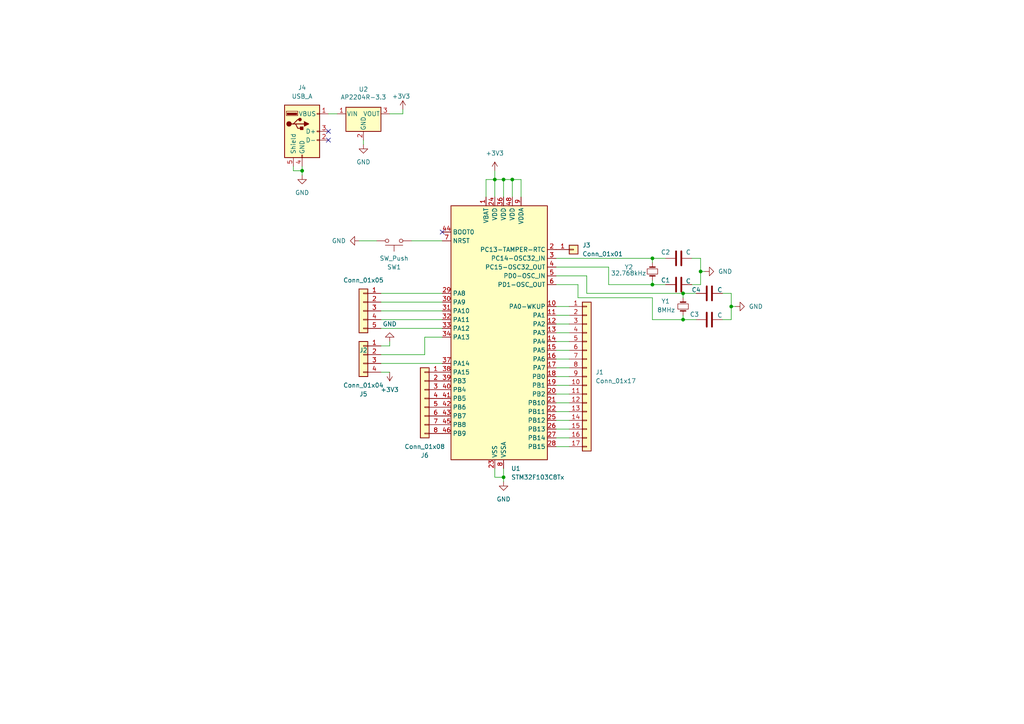
<source format=kicad_sch>
(kicad_sch (version 20250114) (generator "eeschema") (generator_version "9.0")
  (paper "A4")
  (lib_symbols
    (symbol "Connector:USB_A" (pin_names (offset 1.016))
      (property "Reference" "J" (at -5.08 11.43 0))
      (property "Value" "USB_A" (at -5.08 8.89 0))
      (symbol "USB_A_0_1"
        (rectangle (start -5.08 -7.62) (end 5.08 7.62) (stroke (width 0.254)) (fill (type background)))
        (circle (center -3.81 2.159) (radius 0.635) (stroke (width 0.254)) (fill (type outline)))
        (polyline (pts (xy -3.175 2.159) (xy -2.54 2.159) (xy -1.27 3.429) (xy -0.635 3.429)) (stroke (width 0.254)))
        (polyline (pts (xy -2.54 2.159) (xy -1.905 2.159) (xy -1.27 0.889) (xy 0 0.889)) (stroke (width 0.254)))
        (rectangle (start -1.524 4.826) (end -4.318 5.334) (fill (type outline)))
        (rectangle (start -1.27 4.572) (end -4.572 5.842))
        (circle (center -0.635 3.429) (radius 0.381) (stroke (width 0.254)) (fill (type outline)))
        (rectangle (start -0.127 -7.62) (end 0.127 -6.858))
        (rectangle (start 0.254 1.27) (end -0.508 0.508) (stroke (width 0.254)) (fill (type outline)))
        (polyline (pts (xy 0.635 2.794) (xy 0.635 1.524) (xy 1.905 2.159) (xy 0.635 2.794)) (stroke (width 0.254)) (fill (type outline)))
        (rectangle (start 5.08 4.953) (end 4.318 5.207))
        (rectangle (start 5.08 -0.127) (end 4.318 0.127))
        (rectangle (start 5.08 -2.667) (end 4.318 -2.413))
      )
      (symbol "USB_A_1_1"
        (polyline (pts (xy -1.905 2.159) (xy 0.635 2.159)) (stroke (width 0.254)))
        (pin passive line (at -2.54 -10.16 90) (length 2.54) (name "Shield") (number "5"))
        (pin power_in line (at 0 -10.16 90) (length 2.54) (name "GND") (number "4"))
        (pin power_in line (at 7.62 5.08 180) (length 2.54) (name "VBUS") (number "1"))
        (pin bidirectional line (at 7.62 0 180) (length 2.54) (name "D+") (number "3"))
        (pin bidirectional line (at 7.62 -2.54 180) (length 2.54) (name "D-") (number "2"))
      )
    )
    (symbol "Connector_Generic:Conn_01x01" (pin_names (offset 1.016) (hide yes))
      (property "Reference" "J" (at 0 2.54 0))
      (property "Value" "Conn_01x01" (at 0 -2.54 0))
      (symbol "Conn_01x01_1_1"
        (rectangle (start -1.27 1.27) (end 1.27 -1.27) (stroke (width 0.254)) (fill (type background)))
        (rectangle (start -1.27 0.127) (end 0 -0.127) (stroke (width 0.1524)))
        (pin passive line (at -5.08 0 0) (length 3.81) (name "Pin_1") (number "1"))
      )
    )
    (symbol "Connector_Generic:Conn_01x04" (pin_names (offset 1.016) (hide yes))
      (property "Reference" "J" (at 0 5.08 0))
      (property "Value" "Conn_01x04" (at 0 -7.62 0))
      (symbol "Conn_01x04_1_1"
        (rectangle (start -1.27 3.81) (end 1.27 -6.35) (stroke (width 0.254)) (fill (type background)))
        (rectangle (start -1.27 2.667) (end 0 2.413) (stroke (width 0.1524)))
        (rectangle (start -1.27 0.127) (end 0 -0.127) (stroke (width 0.1524)))
        (rectangle (start -1.27 -2.413) (end 0 -2.667) (stroke (width 0.1524)))
        (rectangle (start -1.27 -4.953) (end 0 -5.207) (stroke (width 0.1524)))
        (pin passive line (at -5.08 2.54 0) (length 3.81) (name "Pin_1") (number "1"))
        (pin passive line (at -5.08 0 0) (length 3.81) (name "Pin_2") (number "2"))
        (pin passive line (at -5.08 -2.54 0) (length 3.81) (name "Pin_3") (number "3"))
        (pin passive line (at -5.08 -5.08 0) (length 3.81) (name "Pin_4") (number "4"))
      )
    )
    (symbol "Connector_Generic:Conn_01x05" (pin_names (offset 1.016) (hide yes))
      (property "Reference" "J" (at 0 7.62 0))
      (property "Value" "Conn_01x05" (at 0 -7.62 0))
      (symbol "Conn_01x05_1_1"
        (rectangle (start -1.27 6.35) (end 1.27 -6.35) (stroke (width 0.254)) (fill (type background)))
        (rectangle (start -1.27 5.207) (end 0 4.953) (stroke (width 0.1524)))
        (rectangle (start -1.27 2.667) (end 0 2.413) (stroke (width 0.1524)))
        (rectangle (start -1.27 0.127) (end 0 -0.127) (stroke (width 0.1524)))
        (rectangle (start -1.27 -2.413) (end 0 -2.667) (stroke (width 0.1524)))
        (rectangle (start -1.27 -4.953) (end 0 -5.207) (stroke (width 0.1524)))
        (pin passive line (at -5.08 5.08 0) (length 3.81) (name "Pin_1") (number "1"))
        (pin passive line (at -5.08 2.54 0) (length 3.81) (name "Pin_2") (number "2"))
        (pin passive line (at -5.08 0 0) (length 3.81) (name "Pin_3") (number "3"))
        (pin passive line (at -5.08 -2.54 0) (length 3.81) (name "Pin_4") (number "4"))
        (pin passive line (at -5.08 -5.08 0) (length 3.81) (name "Pin_5") (number "5"))
      )
    )
    (symbol "Connector_Generic:Conn_01x08" (pin_names (offset 1.016) (hide yes))
      (property "Reference" "J" (at 0 10.16 0))
      (property "Value" "Conn_01x08" (at 0 -12.7 0))
      (symbol "Conn_01x08_1_1"
        (rectangle (start -1.27 8.89) (end 1.27 -11.43) (stroke (width 0.254)) (fill (type background)))
        (rectangle (start -1.27 7.747) (end 0 7.493) (stroke (width 0.1524)))
        (rectangle (start -1.27 5.207) (end 0 4.953) (stroke (width 0.1524)))
        (rectangle (start -1.27 2.667) (end 0 2.413) (stroke (width 0.1524)))
        (rectangle (start -1.27 0.127) (end 0 -0.127) (stroke (width 0.1524)))
        (rectangle (start -1.27 -2.413) (end 0 -2.667) (stroke (width 0.1524)))
        (rectangle (start -1.27 -4.953) (end 0 -5.207) (stroke (width 0.1524)))
        (rectangle (start -1.27 -7.493) (end 0 -7.747) (stroke (width 0.1524)))
        (rectangle (start -1.27 -10.033) (end 0 -10.287) (stroke (width 0.1524)))
        (pin passive line (at -5.08 7.62 0) (length 3.81) (name "Pin_1") (number "1"))
        (pin passive line (at -5.08 5.08 0) (length 3.81) (name "Pin_2") (number "2"))
        (pin passive line (at -5.08 2.54 0) (length 3.81) (name "Pin_3") (number "3"))
        (pin passive line (at -5.08 0 0) (length 3.81) (name "Pin_4") (number "4"))
        (pin passive line (at -5.08 -2.54 0) (length 3.81) (name "Pin_5") (number "5"))
        (pin passive line (at -5.08 -5.08 0) (length 3.81) (name "Pin_6") (number "6"))
        (pin passive line (at -5.08 -7.62 0) (length 3.81) (name "Pin_7") (number "7"))
        (pin passive line (at -5.08 -10.16 0) (length 3.81) (name "Pin_8") (number "8"))
      )
    )
    (symbol "Connector_Generic:Conn_01x17" (pin_names (offset 1.016) (hide yes))
      (property "Reference" "J" (at 0 22.86 0))
      (property "Value" "Conn_01x17" (at 0 -22.86 0))
      (symbol "Conn_01x17_1_1"
        (rectangle (start -1.27 21.59) (end 1.27 -21.59) (stroke (width 0.254)) (fill (type background)))
        (rectangle (start -1.27 20.447) (end 0 20.193) (stroke (width 0.1524)))
        (rectangle (start -1.27 17.907) (end 0 17.653) (stroke (width 0.1524)))
        (rectangle (start -1.27 15.367) (end 0 15.113) (stroke (width 0.1524)))
        (rectangle (start -1.27 12.827) (end 0 12.573) (stroke (width 0.1524)))
        (rectangle (start -1.27 10.287) (end 0 10.033) (stroke (width 0.1524)))
        (rectangle (start -1.27 7.747) (end 0 7.493) (stroke (width 0.1524)))
        (rectangle (start -1.27 5.207) (end 0 4.953) (stroke (width 0.1524)))
        (rectangle (start -1.27 2.667) (end 0 2.413) (stroke (width 0.1524)))
        (rectangle (start -1.27 0.127) (end 0 -0.127) (stroke (width 0.1524)))
        (rectangle (start -1.27 -2.413) (end 0 -2.667) (stroke (width 0.1524)))
        (rectangle (start -1.27 -4.953) (end 0 -5.207) (stroke (width 0.1524)))
        (rectangle (start -1.27 -7.493) (end 0 -7.747) (stroke (width 0.1524)))
        (rectangle (start -1.27 -10.033) (end 0 -10.287) (stroke (width 0.1524)))
        (rectangle (start -1.27 -12.573) (end 0 -12.827) (stroke (width 0.1524)))
        (rectangle (start -1.27 -15.113) (end 0 -15.367) (stroke (width 0.1524)))
        (rectangle (start -1.27 -17.653) (end 0 -17.907) (stroke (width 0.1524)))
        (rectangle (start -1.27 -20.193) (end 0 -20.447) (stroke (width 0.1524)))
        (pin passive line (at -5.08 20.32 0) (length 3.81) (name "Pin_1") (number "1"))
        (pin passive line (at -5.08 17.78 0) (length 3.81) (name "Pin_2") (number "2"))
        (pin passive line (at -5.08 15.24 0) (length 3.81) (name "Pin_3") (number "3"))
        (pin passive line (at -5.08 12.7 0) (length 3.81) (name "Pin_4") (number "4"))
        (pin passive line (at -5.08 10.16 0) (length 3.81) (name "Pin_5") (number "5"))
        (pin passive line (at -5.08 7.62 0) (length 3.81) (name "Pin_6") (number "6"))
        (pin passive line (at -5.08 5.08 0) (length 3.81) (name "Pin_7") (number "7"))
        (pin passive line (at -5.08 2.54 0) (length 3.81) (name "Pin_8") (number "8"))
        (pin passive line (at -5.08 0 0) (length 3.81) (name "Pin_9") (number "9"))
        (pin passive line (at -5.08 -2.54 0) (length 3.81) (name "Pin_10") (number "10"))
        (pin passive line (at -5.08 -5.08 0) (length 3.81) (name "Pin_11") (number "11"))
        (pin passive line (at -5.08 -7.62 0) (length 3.81) (name "Pin_12") (number "12"))
        (pin passive line (at -5.08 -10.16 0) (length 3.81) (name "Pin_13") (number "13"))
        (pin passive line (at -5.08 -12.7 0) (length 3.81) (name "Pin_14") (number "14"))
        (pin passive line (at -5.08 -15.24 0) (length 3.81) (name "Pin_15") (number "15"))
        (pin passive line (at -5.08 -17.78 0) (length 3.81) (name "Pin_16") (number "16"))
        (pin passive line (at -5.08 -20.32 0) (length 3.81) (name "Pin_17") (number "17"))
      )
    )
    (symbol "Device:C" (pin_numbers (hide yes)) (pin_names (offset 0.254))
      (property "Reference" "C" (at 0.635 2.54 0))
      (property "Value" "C" (at 0.635 -2.54 0))
      (symbol "C_0_1"
        (polyline (pts (xy -2.032 0.762) (xy 2.032 0.762)) (stroke (width 0.508)))
        (polyline (pts (xy -2.032 -0.762) (xy 2.032 -0.762)) (stroke (width 0.508)))
      )
      (symbol "C_1_1"
        (pin passive line (at 0 3.81 270) (length 2.794) (name "~") (number "1"))
        (pin passive line (at 0 -3.81 90) (length 2.794) (name "~") (number "2"))
      )
    )
    (symbol "Device:Crystal_Small" (pin_numbers (hide yes)) (pin_names (offset 1.016) (hide yes))
      (property "Reference" "Y" (at 0 2.54 0))
      (property "Value" "Crystal_Small" (at 0 -2.54 0))
      (symbol "Crystal_Small_0_1"
        (polyline (pts (xy -1.27 -0.762) (xy -1.27 0.762)) (stroke (width 0.381)))
        (rectangle (start -0.762 -1.524) (end 0.762 1.524))
        (polyline (pts (xy 1.27 -0.762) (xy 1.27 0.762)) (stroke (width 0.381)))
      )
      (symbol "Crystal_Small_1_1"
        (pin passive line (at -2.54 0 0) (length 1.27) (name "1") (number "1"))
        (pin passive line (at 2.54 0 180) (length 1.27) (name "2") (number "2"))
      )
    )
    (symbol "MCU_ST_STM32F1:STM32F103C8Tx"
      (property "Reference" "U1" (at 4.7341 -38.1 0))
      (property "Value" "STM32F103C8Tx" (at 4.7341 -40.64 0))
      (symbol "STM32F103C8Tx_0_1"
        (rectangle (start -12.7 38.1) (end 15.24 -35.56) (stroke (width 0.254)) (fill (type background)))
      )
      (symbol "STM32F103C8Tx_1_1"
        (pin input line (at -15.24 30.48 0) (length 2.54) (name "BOOT0") (number "44"))
        (pin input line (at -15.24 27.94 0) (length 2.54) (name "NRST") (number "7"))
        (pin bidirectional line (at -15.24 12.7 0) (length 2.54) (name "PA8") (number "29"))
        (pin bidirectional line (at -15.24 10.16 0) (length 2.54) (name "PA9") (number "30"))
        (pin bidirectional line (at -15.24 7.62 0) (length 2.54) (name "PA10") (number "31"))
        (pin bidirectional line (at -15.24 5.08 0) (length 2.54) (name "PA11") (number "32"))
        (pin bidirectional line (at -15.24 2.54 0) (length 2.54) (name "PA12") (number "33"))
        (pin bidirectional line (at -15.24 0 0) (length 2.54) (name "PA13") (number "34"))
        (pin bidirectional line (at -15.24 -7.62 0) (length 2.54) (name "PA14") (number "37"))
        (pin bidirectional line (at -15.24 -10.16 0) (length 2.54) (name "PA15") (number "38"))
        (pin bidirectional line (at -15.24 -12.7 0) (length 2.54) (name "PB3") (number "39"))
        (pin bidirectional line (at -15.24 -15.24 0) (length 2.54) (name "PB4") (number "40"))
        (pin bidirectional line (at -15.24 -17.78 0) (length 2.54) (name "PB5") (number "41"))
        (pin bidirectional line (at -15.24 -20.32 0) (length 2.54) (name "PB6") (number "42"))
        (pin bidirectional line (at -15.24 -22.86 0) (length 2.54) (name "PB7") (number "43"))
        (pin bidirectional line (at -15.24 -25.4 0) (length 2.54) (name "PB8") (number "45"))
        (pin bidirectional line (at -15.24 -27.94 0) (length 2.54) (name "PB9") (number "46"))
        (pin power_in line (at -2.54 40.64 270) (length 2.54) (name "VBAT") (number "1"))
        (pin power_in line (at 0 40.64 270) (length 2.54) (name "VDD") (number "24"))
        (pin power_in line (at 0 -38.1 90) (length 2.54) (name "VSS") (number "23"))
        (pin passive line (at 0 -38.1 90) (length 2.54) (hide yes) (name "VSS") (number "35"))
        (pin passive line (at 0 -38.1 90) (length 2.54) (hide yes) (name "VSS") (number "47"))
        (pin power_in line (at 2.54 40.64 270) (length 2.54) (name "VDD") (number "36"))
        (pin power_in line (at 2.54 -38.1 90) (length 2.54) (name "VSSA") (number "8"))
        (pin power_in line (at 5.08 40.64 270) (length 2.54) (name "VDD") (number "48"))
        (pin power_in line (at 7.62 40.64 270) (length 2.54) (name "VDDA") (number "9"))
        (pin bidirectional line (at 17.78 25.4 180) (length 2.54) (name "PC13-TAMPER-RTC") (number "2"))
        (pin bidirectional line (at 17.78 22.86 180) (length 2.54) (name "PC14-OSC32_IN") (number "3"))
        (pin bidirectional line (at 17.78 20.32 180) (length 2.54) (name "PC15-OSC32_OUT") (number "4"))
        (pin bidirectional line (at 17.78 17.78 180) (length 2.54) (name "PD0-OSC_IN") (number "5"))
        (pin bidirectional line (at 17.78 15.24 180) (length 2.54) (name "PD1-OSC_OUT") (number "6"))
        (pin bidirectional line (at 17.78 8.89 180) (length 2.54) (name "PA0-WKUP") (number "10"))
        (pin bidirectional line (at 17.78 6.35 180) (length 2.54) (name "PA1") (number "11"))
        (pin bidirectional line (at 17.78 3.81 180) (length 2.54) (name "PA2") (number "12"))
        (pin bidirectional line (at 17.78 1.27 180) (length 2.54) (name "PA3") (number "13"))
        (pin bidirectional line (at 17.78 -1.27 180) (length 2.54) (name "PA4") (number "14"))
        (pin bidirectional line (at 17.78 -3.81 180) (length 2.54) (name "PA5") (number "15"))
        (pin bidirectional line (at 17.78 -6.35 180) (length 2.54) (name "PA6") (number "16"))
        (pin bidirectional line (at 17.78 -8.89 180) (length 2.54) (name "PA7") (number "17"))
        (pin bidirectional line (at 17.78 -11.43 180) (length 2.54) (name "PB0") (number "18"))
        (pin bidirectional line (at 17.78 -13.97 180) (length 2.54) (name "PB1") (number "19"))
        (pin bidirectional line (at 17.78 -16.51 180) (length 2.54) (name "PB2") (number "20"))
        (pin bidirectional line (at 17.78 -19.05 180) (length 2.54) (name "PB10") (number "21"))
        (pin bidirectional line (at 17.78 -21.59 180) (length 2.54) (name "PB11") (number "22"))
        (pin bidirectional line (at 17.78 -24.13 180) (length 2.54) (name "PB12") (number "25"))
        (pin bidirectional line (at 17.78 -26.67 180) (length 2.54) (name "PB13") (number "26"))
        (pin bidirectional line (at 17.78 -29.21 180) (length 2.54) (name "PB14") (number "27"))
        (pin bidirectional line (at 17.78 -31.75 180) (length 2.54) (name "PB15") (number "28"))
      )
    )
    (symbol "Regulator_Linear:AP2204R-3.3" (pin_names (offset 0.254))
      (property "Reference" "U" (at -5.08 3.175 0))
      (property "Value" "AP2204R-3.3" (at 0 3.175 0))
      (symbol "AP2204R-3.3_0_1"
        (rectangle (start -5.08 1.905) (end 5.08 -5.08) (stroke (width 0.254)) (fill (type background)))
      )
      (symbol "AP2204R-3.3_1_1"
        (pin power_in line (at -7.62 0 0) (length 2.54) (name "VIN") (number "1"))
        (pin power_in line (at 0 -7.62 90) (length 2.54) (name "GND") (number "2"))
        (pin power_out line (at 7.62 0 180) (length 2.54) (name "VOUT") (number "3"))
      )
    )
    (symbol "Switch:SW_Push" (pin_numbers (hide yes)) (pin_names (offset 1.016) (hide yes))
      (property "Reference" "SW" (at 1.27 2.54 0))
      (property "Value" "SW_Push" (at 0 -1.524 0))
      (symbol "SW_Push_0_1"
        (circle (center -2.032 0) (radius 0.508))
        (polyline (pts (xy 0 1.27) (xy 0 3.048)))
        (circle (center 2.032 0) (radius 0.508))
        (polyline (pts (xy 2.54 1.27) (xy -2.54 1.27)))
        (pin passive line (at -5.08 0 0) (length 2.54) (name "1") (number "1"))
        (pin passive line (at 5.08 0 180) (length 2.54) (name "2") (number "2"))
      )
    )
    (symbol "power:+3V3" (power) (pin_names (offset 0))
      (property "Value" "+3V3" (at 0 3.556 0))
      (symbol "+3V3_0_1"
        (polyline (pts (xy -0.762 1.27) (xy 0 2.54)))
        (polyline (pts (xy 0 2.54) (xy 0.762 1.27)))
        (polyline (pts (xy 0 0) (xy 0 2.54)))
      )
      (symbol "+3V3_1_1"
        (pin power_in line (at 0 0 90) (length 0) (hide yes) (name "+3V3") (number "1"))
      )
    )
    (symbol "power:GND" (power) (pin_names (offset 0))
      (property "Value" "GND" (at 0 -3.81 0))
      (symbol "GND_0_1"
        (polyline (pts (xy 0 0) (xy 0 -1.27) (xy 1.27 -1.27) (xy 0 -2.54) (xy -1.27 -1.27) (xy 0 -1.27)))
      )
      (symbol "GND_1_1"
        (pin power_in line (at 0 0 270) (length 0) (hide yes) (name "GND") (number "1"))
      )
    )
  )
  (junction (at 148.59 52.07))
  (junction (at 146.05 52.07))
  (junction (at 143.51 52.07))
  (junction (at 198.12 92.71))
  (junction (at 87.63 49.53))
  (junction (at 198.12 85.09))
  (junction (at 146.05 138.43))
  (junction (at 189.23 74.93))
  (junction (at 189.23 82.55))
  (junction (at 203.2 78.74))
  (junction (at 212.09 88.9))
  (no_connect (at 128.27 67.31))
  (no_connect (at 95.25 40.64))
  (no_connect (at 95.25 38.1))
  (wire (pts (xy 167.64 86.36) (xy 189.23 86.36)))
  (wire (pts (xy 143.51 49.53) (xy 143.51 52.07)))
  (wire (pts (xy 123.19 97.79) (xy 128.27 97.79)))
  (wire (pts (xy 85.09 49.53) (xy 87.63 49.53)))
  (wire (pts (xy 87.63 50.8) (xy 87.63 49.53)))
  (wire (pts (xy 109.22 69.85) (xy 104.14 69.85)))
  (wire (pts (xy 161.29 121.92) (xy 165.1 121.92)))
  (wire (pts (xy 143.51 138.43) (xy 146.05 138.43)))
  (wire (pts (xy 116.84 31.75) (xy 116.84 33.02)))
  (wire (pts (xy 110.49 107.95) (xy 113.03 107.95)))
  (wire (pts (xy 167.64 82.55) (xy 167.64 86.36)))
  (wire (pts (xy 110.49 105.41) (xy 128.27 105.41)))
  (wire (pts (xy 116.84 33.02) (xy 113.03 33.02)))
  (wire (pts (xy 151.13 57.15) (xy 151.13 52.07)))
  (wire (pts (xy 161.29 129.54) (xy 165.1 129.54)))
  (wire (pts (xy 146.05 52.07) (xy 148.59 52.07)))
  (wire (pts (xy 146.05 135.89) (xy 146.05 138.43)))
  (wire (pts (xy 203.2 78.74) (xy 203.2 74.93)))
  (wire (pts (xy 143.51 135.89) (xy 143.51 138.43)))
  (wire (pts (xy 105.41 40.64) (xy 105.41 41.91)))
  (wire (pts (xy 161.29 111.76) (xy 165.1 111.76)))
  (wire (pts (xy 161.29 88.9) (xy 165.1 88.9)))
  (wire (pts (xy 161.29 93.98) (xy 165.1 93.98)))
  (wire (pts (xy 200.66 82.55) (xy 203.2 82.55)))
  (wire (pts (xy 161.29 74.93) (xy 189.23 74.93)))
  (wire (pts (xy 189.23 74.93) (xy 193.04 74.93)))
  (wire (pts (xy 161.29 114.3) (xy 165.1 114.3)))
  (wire (pts (xy 161.29 80.01) (xy 170.18 80.01)))
  (wire (pts (xy 161.29 91.44) (xy 165.1 91.44)))
  (wire (pts (xy 161.29 116.84) (xy 165.1 116.84)))
  (wire (pts (xy 146.05 138.43) (xy 146.05 139.7)))
  (wire (pts (xy 161.29 104.14) (xy 165.1 104.14)))
  (wire (pts (xy 201.93 92.71) (xy 198.12 92.71)))
  (wire (pts (xy 198.12 92.71) (xy 198.12 91.44)))
  (wire (pts (xy 113.03 99.06) (xy 113.03 100.33)))
  (wire (pts (xy 110.49 95.25) (xy 128.27 95.25)))
  (wire (pts (xy 189.23 92.71) (xy 198.12 92.71)))
  (wire (pts (xy 110.49 90.17) (xy 128.27 90.17)))
  (wire (pts (xy 203.2 74.93) (xy 200.66 74.93)))
  (wire (pts (xy 87.63 48.26) (xy 87.63 49.53)))
  (wire (pts (xy 110.49 102.87) (xy 123.19 102.87)))
  (wire (pts (xy 189.23 76.2) (xy 189.23 74.93)))
  (wire (pts (xy 140.97 52.07) (xy 143.51 52.07)))
  (wire (pts (xy 161.29 109.22) (xy 165.1 109.22)))
  (wire (pts (xy 161.29 82.55) (xy 167.64 82.55)))
  (wire (pts (xy 170.18 85.09) (xy 198.12 85.09)))
  (wire (pts (xy 143.51 52.07) (xy 146.05 52.07)))
  (wire (pts (xy 110.49 87.63) (xy 128.27 87.63)))
  (wire (pts (xy 213.36 88.9) (xy 212.09 88.9)))
  (wire (pts (xy 140.97 57.15) (xy 140.97 52.07)))
  (wire (pts (xy 161.29 106.68) (xy 165.1 106.68)))
  (wire (pts (xy 212.09 92.71) (xy 212.09 88.9)))
  (wire (pts (xy 110.49 85.09) (xy 128.27 85.09)))
  (wire (pts (xy 148.59 57.15) (xy 148.59 52.07)))
  (wire (pts (xy 161.29 124.46) (xy 165.1 124.46)))
  (wire (pts (xy 198.12 85.09) (xy 201.93 85.09)))
  (wire (pts (xy 123.19 102.87) (xy 123.19 97.79)))
  (wire (pts (xy 212.09 88.9) (xy 212.09 85.09)))
  (wire (pts (xy 203.2 82.55) (xy 203.2 78.74)))
  (wire (pts (xy 119.38 69.85) (xy 128.27 69.85)))
  (wire (pts (xy 198.12 86.36) (xy 198.12 85.09)))
  (wire (pts (xy 95.25 33.02) (xy 97.79 33.02)))
  (wire (pts (xy 148.59 52.07) (xy 151.13 52.07)))
  (wire (pts (xy 161.29 99.06) (xy 165.1 99.06)))
  (wire (pts (xy 110.49 100.33) (xy 113.03 100.33)))
  (wire (pts (xy 189.23 82.55) (xy 189.23 81.28)))
  (wire (pts (xy 209.55 92.71) (xy 212.09 92.71)))
  (wire (pts (xy 209.55 85.09) (xy 212.09 85.09)))
  (wire (pts (xy 110.49 92.71) (xy 128.27 92.71)))
  (wire (pts (xy 146.05 57.15) (xy 146.05 52.07)))
  (wire (pts (xy 161.29 77.47) (xy 176.53 77.47)))
  (wire (pts (xy 189.23 86.36) (xy 189.23 92.71)))
  (wire (pts (xy 161.29 127) (xy 165.1 127)))
  (wire (pts (xy 176.53 82.55) (xy 189.23 82.55)))
  (wire (pts (xy 161.29 119.38) (xy 165.1 119.38)))
  (wire (pts (xy 189.23 82.55) (xy 193.04 82.55)))
  (wire (pts (xy 204.47 78.74) (xy 203.2 78.74)))
  (wire (pts (xy 170.18 80.01) (xy 170.18 85.09)))
  (wire (pts (xy 143.51 52.07) (xy 143.51 57.15)))
  (wire (pts (xy 176.53 77.47) (xy 176.53 82.55)))
  (wire (pts (xy 161.29 96.52) (xy 165.1 96.52)))
  (wire (pts (xy 85.09 48.26) (xy 85.09 49.53)))
  (wire (pts (xy 161.29 101.6) (xy 165.1 101.6)))
  (symbol (lib_id "Device:C") (at 196.85 82.55 270) (unit 1)
    (property "Reference" "C1" (at 193.04 81.28 90))
    (property "Value" "C" (at 199.644 81.534 90))
    (property "Footprint" "Capacitor_THT:C_Axial_L3.8mm_D2.6mm_P7.50mm_Horizontal" (effects (hide yes)))
  )
  (symbol (lib_id "Device:Crystal_Small") (at 189.23 78.74 270) (unit 1)
    (property "Reference" "Y2" (at 183.642 77.47 90) (effects (justify right)))
    (property "Value" "32.768kHz" (at 187.452 79.248 90) (effects (justify right)))
    (property "Footprint" "Oscillator:Oscillator_SMD_TXC_7C-4Pin_5.0x3.2mm_HandSoldering" (effects (hide yes)))
  )
  (symbol (lib_id "Connector_Generic:Conn_01x08") (at 123.19 115.57 0) (mirror y) (unit 1)
    (property "Reference" "J6" (at 123.19 132.08 0))
    (property "Value" "Conn_01x08" (at 123.19 129.54 0))
    (property "Footprint" "Connector_PinHeader_2.54mm:PinHeader_1x08_P2.54mm_Vertical" (effects (hide yes)))
  )
  (symbol (lib_id "power:GND") (at 213.36 88.9 90) (unit 1)
    (property "Reference" "#PWR02" (effects (hide yes)))
    (property "Value" "GND" (at 217.17 88.8999 90) (effects (justify right)))
  )
  (symbol (lib_id "Connector:USB_A") (at 87.63 38.1 0) (unit 1)
    (property "Reference" "J4" (at 87.63 25.4 0))
    (property "Value" "USB_A" (at 87.63 27.94 0))
    (property "Footprint" "Connector_USB:USB_A_Molex_48037-2200_Horizontal" (effects (hide yes)))
    (property "Datasheet" " ~" (effects (hide yes)))
  )
  (symbol (lib_id "power:GND") (at 104.14 69.85 270) (unit 1)
    (property "Reference" "#PWR03" (effects (hide yes)))
    (property "Value" "GND" (at 100.33 69.85 90) (effects (justify right)))
  )
  (symbol (lib_id "Connector_Generic:Conn_01x05") (at 105.41 90.17 0) (mirror y) (unit 1)
    (property "Reference" "J2" (at 105.41 101.6 0))
    (property "Value" "Conn_01x05" (at 105.41 81.28 0))
    (property "Footprint" "Connector_PinHeader_2.54mm:PinHeader_1x05_P2.54mm_Vertical" (effects (hide yes)))
  )
  (symbol (lib_id "Device:Crystal_Small") (at 198.12 88.9 270) (unit 1)
    (property "Reference" "Y1" (at 194.31 87.376 90) (effects (justify right)))
    (property "Value" "8MHz" (at 195.834 89.916 90) (effects (justify right)))
    (property "Footprint" "Crystal:Crystal_HC49-U_Vertical" (effects (hide yes)))
  )
  (symbol (lib_id "Device:C") (at 205.74 85.09 270) (unit 1)
    (property "Reference" "C4" (at 201.93 84.074 90))
    (property "Value" "C" (at 208.788 84.074 90))
    (property "Footprint" "Capacitor_THT:C_Axial_L3.8mm_D2.6mm_P7.50mm_Horizontal" (effects (hide yes)))
  )
  (symbol (lib_id "Connector_Generic:Conn_01x01") (at 166.37 72.39 0) (unit 1)
    (property "Reference" "J3" (at 168.91 71.12 0) (effects (justify left)))
    (property "Value" "Conn_01x01" (at 168.91 73.66 0) (effects (justify left)))
    (property "Footprint" "Connector_PinHeader_2.54mm:PinHeader_1x01_P2.54mm_Vertical" (effects (hide yes)))
  )
  (symbol (lib_id "power:GND") (at 204.47 78.74 90) (unit 1)
    (property "Reference" "#PWR01" (effects (hide yes)))
    (property "Value" "GND" (at 208.28 78.7399 90) (effects (justify right)))
  )
  (symbol (lib_id "Switch:SW_Push") (at 114.3 69.85 180) (unit 1)
    (property "Reference" "SW1" (at 114.3 77.47 0))
    (property "Value" "SW_Push" (at 114.3 74.93 0))
    (property "Footprint" "Button_Switch_THT:SW_PUSH_1P1T_6x3.5mm_H4.3_APEM_MJTP1243" (effects (hide yes)))
  )
  (symbol (lib_id "Device:C") (at 196.85 74.93 270) (unit 1)
    (property "Reference" "C2" (at 193.04 73.152 90))
    (property "Value" "C" (at 199.644 73.152 90))
    (property "Footprint" "Capacitor_THT:C_Axial_L3.8mm_D2.6mm_P7.50mm_Horizontal" (effects (hide yes)))
  )
  (symbol (lib_id "power:GND") (at 113.03 99.06 0) (mirror x) (unit 1)
    (property "Reference" "#PWR010" (effects (hide yes)))
    (property "Value" "GND" (at 113.03 93.98 0))
  )
  (symbol (lib_id "power:+3V3") (at 113.03 107.95 0) (mirror x) (unit 1)
    (property "Reference" "#PWR011" (effects (hide yes)))
    (property "Value" "+3V3" (at 113.03 113.03 0))
  )
  (symbol (lib_id "Device:C") (at 205.74 92.71 270) (unit 1)
    (property "Reference" "C3" (at 201.422 91.186 90))
    (property "Value" "C" (at 208.788 91.44 90))
    (property "Footprint" "Capacitor_THT:C_Axial_L3.8mm_D2.6mm_P7.50mm_Horizontal" (effects (hide yes)))
  )
  (symbol (lib_id "Regulator_Linear:AP2204R-3.3") (at 105.41 33.02 0) (unit 1)
    (property "Reference" "U2" (at 105.41 25.908 0))
    (property "Value" "AP2204R-3.3" (at 105.41 28.194 0))
    (property "Footprint" "Package_TO_SOT_SMD:SOT-89-3" (effects (hide yes)))
    (property "Datasheet" "https://www.diodes.com/assets/Datasheets/AP2204.pdf" (effects (hide yes)))
  )
  (symbol (lib_id "Connector_Generic:Conn_01x17") (at 170.18 109.22 0) (unit 1)
    (property "Reference" "J1" (at 172.72 107.95 0) (effects (justify left)))
    (property "Value" "Conn_01x17" (at 172.72 110.49 0) (effects (justify left)))
    (property "Footprint" "Connector_PinHeader_2.54mm:PinHeader_1x17_P2.54mm_Vertical" (effects (hide yes)))
  )
  (symbol (lib_id "power:+3V3") (at 143.51 49.53 0) (unit 1)
    (property "Reference" "#PWR05" (effects (hide yes)))
    (property "Value" "+3V3" (at 143.51 44.45 0))
  )
  (symbol (lib_id "power:GND") (at 146.05 139.7 0) (unit 1)
    (property "Reference" "#PWR06" (effects (hide yes)))
    (property "Value" "GND" (at 146.05 144.78 0))
  )
  (symbol (lib_id "power:+3V3") (at 116.84 31.75 0) (unit 1)
    (property "Reference" "#PWR07" (effects (hide yes)))
    (property "Value" "+3V3" (at 116.332 27.94 0))
  )
  (symbol (lib_id "MCU_ST_STM32F1:STM32F103C8Tx") (at 143.51 97.79 0) (unit 1)
    (property "Reference" "U1" (at 148.2441 135.89 0) (effects (justify left)))
    (property "Value" "STM32F103C8Tx" (at 148.2441 138.43 0) (effects (justify left)))
    (property "Footprint" "Package_QFP:LQFP-48_7x7mm_P0.5mm" (effects (hide yes)))
    (property "Datasheet" "https://www.st.com/resource/en/datasheet/stm32f103c8.pdf" (effects (hide yes)))
  )
  (symbol (lib_id "power:GND") (at 87.63 50.8 0) (unit 1)
    (property "Reference" "#PWR08" (effects (hide yes)))
    (property "Value" "GND" (at 87.63 55.88 0))
  )
  (symbol (lib_id "Connector_Generic:Conn_01x04") (at 105.41 102.87 0) (mirror y) (unit 1)
    (property "Reference" "J5" (at 105.41 114.3 0))
    (property "Value" "Conn_01x04" (at 105.41 111.76 0))
    (property "Footprint" "Connector_PinHeader_2.54mm:PinHeader_1x04_P2.54mm_Vertical" (effects (hide yes)))
  )
  (symbol (lib_id "power:GND") (at 105.41 41.91 0) (unit 1)
    (property "Reference" "#PWR09" (effects (hide yes)))
    (property "Value" "GND" (at 105.41 46.99 0))
  )
)
</source>
